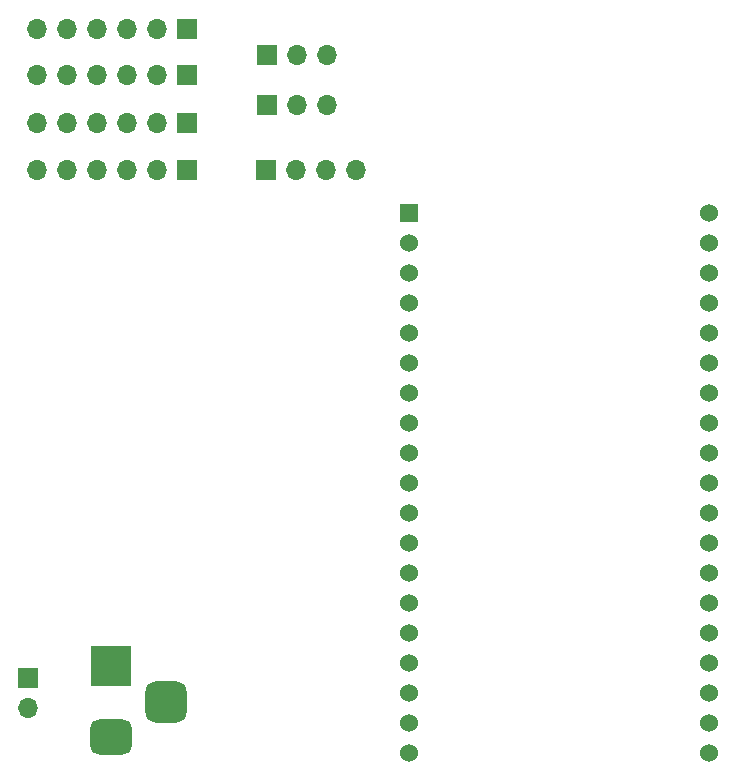
<source format=gbr>
%TF.GenerationSoftware,KiCad,Pcbnew,(6.0.9)*%
%TF.CreationDate,2023-05-03T14:40:21+10:00*%
%TF.ProjectId,Proj D,50726f6a-2044-42e6-9b69-6361645f7063,rev?*%
%TF.SameCoordinates,Original*%
%TF.FileFunction,Soldermask,Bot*%
%TF.FilePolarity,Negative*%
%FSLAX46Y46*%
G04 Gerber Fmt 4.6, Leading zero omitted, Abs format (unit mm)*
G04 Created by KiCad (PCBNEW (6.0.9)) date 2023-05-03 14:40:21*
%MOMM*%
%LPD*%
G01*
G04 APERTURE LIST*
G04 Aperture macros list*
%AMRoundRect*
0 Rectangle with rounded corners*
0 $1 Rounding radius*
0 $2 $3 $4 $5 $6 $7 $8 $9 X,Y pos of 4 corners*
0 Add a 4 corners polygon primitive as box body*
4,1,4,$2,$3,$4,$5,$6,$7,$8,$9,$2,$3,0*
0 Add four circle primitives for the rounded corners*
1,1,$1+$1,$2,$3*
1,1,$1+$1,$4,$5*
1,1,$1+$1,$6,$7*
1,1,$1+$1,$8,$9*
0 Add four rect primitives between the rounded corners*
20,1,$1+$1,$2,$3,$4,$5,0*
20,1,$1+$1,$4,$5,$6,$7,0*
20,1,$1+$1,$6,$7,$8,$9,0*
20,1,$1+$1,$8,$9,$2,$3,0*%
G04 Aperture macros list end*
%ADD10R,1.700000X1.700000*%
%ADD11O,1.700000X1.700000*%
%ADD12R,1.530000X1.530000*%
%ADD13C,1.530000*%
%ADD14R,3.500000X3.500000*%
%ADD15RoundRect,0.750000X1.000000X-0.750000X1.000000X0.750000X-1.000000X0.750000X-1.000000X-0.750000X0*%
%ADD16RoundRect,0.875000X0.875000X-0.875000X0.875000X0.875000X-0.875000X0.875000X-0.875000X-0.875000X0*%
G04 APERTURE END LIST*
D10*
%TO.C,J14*%
X130210000Y-88500000D03*
D11*
X132750000Y-88500000D03*
X135290000Y-88500000D03*
X137830000Y-88500000D03*
%TD*%
D10*
%TO.C,J3*%
X123500000Y-88500000D03*
D11*
X120960000Y-88500000D03*
X118420000Y-88500000D03*
X115880000Y-88500000D03*
X113340000Y-88500000D03*
X110800000Y-88500000D03*
%TD*%
D12*
%TO.C,U5*%
X142300000Y-92150000D03*
D13*
X142300000Y-94690000D03*
X142300000Y-97230000D03*
X142300000Y-99770000D03*
X142300000Y-102310000D03*
X142300000Y-104850000D03*
X142300000Y-107390000D03*
X142300000Y-109930000D03*
X142300000Y-112470000D03*
X142300000Y-115010000D03*
X142300000Y-117550000D03*
X142300000Y-120090000D03*
X142300000Y-122630000D03*
X142300000Y-125170000D03*
X142300000Y-127710000D03*
X142300000Y-130250000D03*
X142300000Y-132790000D03*
X142300000Y-135330000D03*
X142300000Y-137870000D03*
X167700000Y-137870000D03*
X167700000Y-135330000D03*
X167700000Y-132790000D03*
X167700000Y-130250000D03*
X167700000Y-127710000D03*
X167700000Y-125170000D03*
X167700000Y-122630000D03*
X167700000Y-120090000D03*
X167700000Y-117550000D03*
X167700000Y-115010000D03*
X167700000Y-112470000D03*
X167700000Y-109930000D03*
X167700000Y-107390000D03*
X167700000Y-104850000D03*
X167700000Y-102310000D03*
X167700000Y-99770000D03*
X167700000Y-97230000D03*
X167700000Y-94690000D03*
X167700000Y-92150000D03*
%TD*%
D10*
%TO.C,J5*%
X123500000Y-80475000D03*
D11*
X120960000Y-80475000D03*
X118420000Y-80475000D03*
X115880000Y-80475000D03*
X113340000Y-80475000D03*
X110800000Y-80475000D03*
%TD*%
D14*
%TO.C,J10*%
X117042500Y-130500000D03*
D15*
X117042500Y-136500000D03*
D16*
X121742500Y-133500000D03*
%TD*%
D10*
%TO.C,J2*%
X130250000Y-78725000D03*
D11*
X132790000Y-78725000D03*
X135330000Y-78725000D03*
%TD*%
D10*
%TO.C,J1*%
X130250000Y-82975000D03*
D11*
X132790000Y-82975000D03*
X135330000Y-82975000D03*
%TD*%
D10*
%TO.C,J6*%
X123500000Y-76500000D03*
D11*
X120960000Y-76500000D03*
X118420000Y-76500000D03*
X115880000Y-76500000D03*
X113340000Y-76500000D03*
X110800000Y-76500000D03*
%TD*%
D10*
%TO.C,J11*%
X110000000Y-131475000D03*
D11*
X110000000Y-134015000D03*
%TD*%
D10*
%TO.C,J4*%
X123525000Y-84475000D03*
D11*
X120985000Y-84475000D03*
X118445000Y-84475000D03*
X115905000Y-84475000D03*
X113365000Y-84475000D03*
X110825000Y-84475000D03*
%TD*%
M02*

</source>
